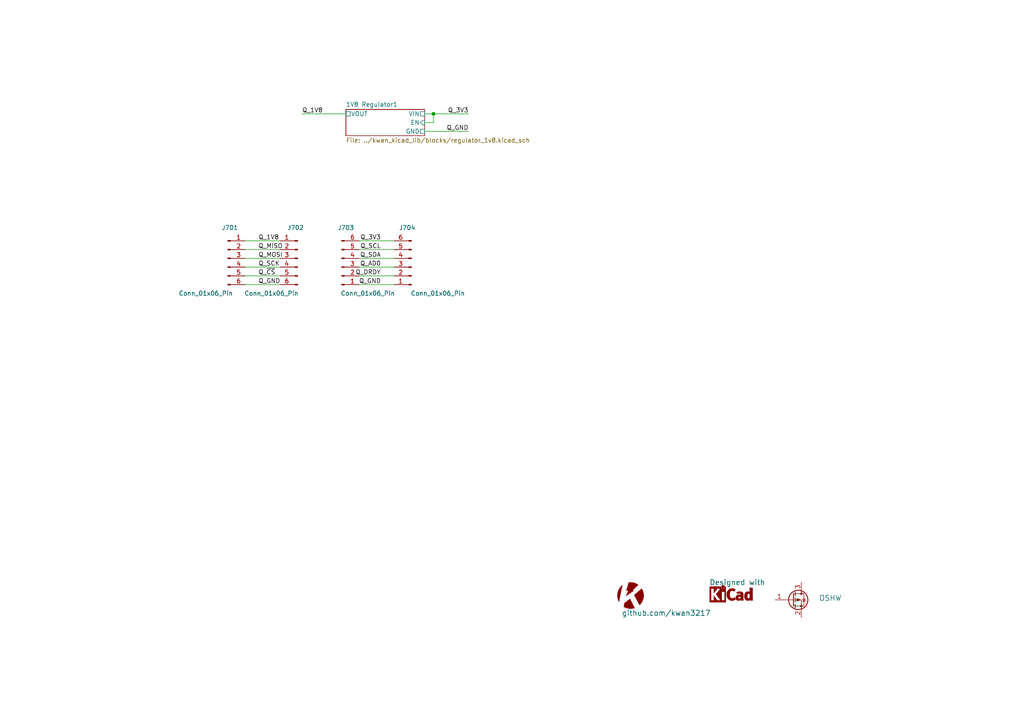
<source format=kicad_sch>
(kicad_sch (version 20230121) (generator eeschema)
  (paper "A4")
  (lib_symbols
    (symbol "Connector:Conn_01x06_Pin" (pin_names (offset 1.016) hide)
      (property "Reference" "J" (at 0 7.62 0))
      (property "Value" "Conn_01x06_Pin" (at 0 -10.16 0))
      (symbol "Conn_01x06_Pin_1_1"
        (polyline (pts (xy 1.27 -7.62) (xy 0.8636 -7.62)) (stroke (width 0.1524)))
        (polyline (pts (xy 1.27 -5.08) (xy 0.8636 -5.08)) (stroke (width 0.1524)))
        (polyline (pts (xy 1.27 -2.54) (xy 0.8636 -2.54)) (stroke (width 0.1524)))
        (polyline (pts (xy 1.27 0) (xy 0.8636 0)) (stroke (width 0.1524)))
        (polyline (pts (xy 1.27 2.54) (xy 0.8636 2.54)) (stroke (width 0.1524)))
        (polyline (pts (xy 1.27 5.08) (xy 0.8636 5.08)) (stroke (width 0.1524)))
        (rectangle (start 0.8636 -7.493) (end 0 -7.747) (stroke (width 0.1524)) (fill (type outline)))
        (rectangle (start 0.8636 -4.953) (end 0 -5.207) (stroke (width 0.1524)) (fill (type outline)))
        (rectangle (start 0.8636 -2.413) (end 0 -2.667) (stroke (width 0.1524)) (fill (type outline)))
        (rectangle (start 0.8636 0.127) (end 0 -0.127) (stroke (width 0.1524)) (fill (type outline)))
        (rectangle (start 0.8636 2.667) (end 0 2.413) (stroke (width 0.1524)) (fill (type outline)))
        (rectangle (start 0.8636 5.207) (end 0 4.953) (stroke (width 0.1524)) (fill (type outline)))
        (pin passive line (at 5.08 5.08 180) (length 3.81) (name "Pin_1") (number "1"))
        (pin passive line (at 5.08 2.54 180) (length 3.81) (name "Pin_2") (number "2"))
        (pin passive line (at 5.08 0 180) (length 3.81) (name "Pin_3") (number "3"))
        (pin passive line (at 5.08 -2.54 180) (length 3.81) (name "Pin_4") (number "4"))
        (pin passive line (at 5.08 -5.08 180) (length 3.81) (name "Pin_5") (number "5"))
        (pin passive line (at 5.08 -7.62 180) (length 3.81) (name "Pin_6") (number "6"))
      )
    )
    (symbol "Device:Q_PMOS_GSD" (pin_names (offset 0) hide)
      (property "Reference" "Q" (at 5.08 1.27 0))
      (property "Value" "Q_PMOS_GSD" (at 5.08 -1.27 0))
      (symbol "Q_PMOS_GSD_0_1"
        (polyline (pts (xy 0.254 0) (xy -2.54 0)))
        (polyline (pts (xy 0.254 1.905) (xy 0.254 -1.905)) (stroke (width 0.254)))
        (polyline (pts (xy 0.762 -1.27) (xy 0.762 -2.286)) (stroke (width 0.254)))
        (polyline (pts (xy 0.762 0.508) (xy 0.762 -0.508)) (stroke (width 0.254)))
        (polyline (pts (xy 0.762 2.286) (xy 0.762 1.27)) (stroke (width 0.254)))
        (polyline (pts (xy 2.54 2.54) (xy 2.54 1.778)))
        (polyline (pts (xy 2.54 -2.54) (xy 2.54 0) (xy 0.762 0)))
        (polyline (pts (xy 0.762 1.778) (xy 3.302 1.778) (xy 3.302 -1.778) (xy 0.762 -1.778)))
        (polyline (pts (xy 2.286 0) (xy 1.27 0.381) (xy 1.27 -0.381) (xy 2.286 0)) (fill (type outline)))
        (polyline (pts (xy 2.794 -0.508) (xy 2.921 -0.381) (xy 3.683 -0.381) (xy 3.81 -0.254)))
        (polyline (pts (xy 3.302 -0.381) (xy 2.921 0.254) (xy 3.683 0.254) (xy 3.302 -0.381)))
        (circle (center 1.651 0) (radius 2.794) (stroke (width 0.254)))
        (circle (center 2.54 -1.778) (radius 0.254) (fill (type outline)))
        (circle (center 2.54 1.778) (radius 0.254) (fill (type outline)))
      )
      (symbol "Q_PMOS_GSD_1_1"
        (pin input line (at -5.08 0 0) (length 2.54) (name "G") (number "1"))
        (pin passive line (at 2.54 -5.08 90) (length 2.54) (name "S") (number "2"))
        (pin passive line (at 2.54 5.08 270) (length 2.54) (name "D") (number "3"))
      )
    )
    (symbol "KwanSystems:DesignedWithKicad" (pin_names (offset 1.016)) (in_bom no)
      (property "Value" "DesignedWithKicad" (at 3.81 -2.54 0))
      (symbol "DesignedWithKicad_0_1"
        (polyline (pts (xy -2.273 4.2434) (xy -2.1768 4.2192) (xy -2.0902 4.1764) (xy -2.0154 4.1166) (xy -1.9544 4.0415) (xy -1.9094 3.9528) (xy -1.8831 3.8565) (xy -1.8773 3.7592) (xy -1.8921 3.6653) (xy -1.9258 3.5775) (xy -1.9765 3.4982) (xy -2.0423 3.4302) (xy -2.1214 3.3759) (xy -2.2119 3.338) (xy -2.2632 3.3256) (xy -2.3077 3.3181) (xy -2.342 3.3151) (xy -2.375 3.3169) (xy -2.4154 3.3238) (xy -2.4485 3.3308) (xy -2.5419 3.3623) (xy -2.6256 3.4134) (xy -2.6977 3.4826) (xy -2.7562 3.5683) (xy -2.7701 3.5955) (xy -2.7866 3.6319) (xy -2.7969 3.6624) (xy -2.8025 3.6946) (xy -2.8047 3.7357) (xy -2.8049 3.7818) (xy -2.8009 3.8661) (xy -2.7874 3.9354) (xy -2.7623 3.996) (xy -2.7228 4.0544) (xy -2.6843 4.0987) (xy -2.6124 4.1645) (xy -2.5373 4.2099) (xy -2.4546 4.2372) (xy -2.3769 4.2474) (xy -2.273 4.2434)) (stroke (width 0.0025)) (fill (type outline)))
        (polyline (pts (xy 0.3284 3.3209) (xy 0.4886 3.2998) (xy 0.6525 3.2596) (xy 0.8223 3.2001) (xy 1 3.1208) (xy 1.0113 3.1153) (xy 1.069 3.0873) (xy 1.1206 3.0632) (xy 1.1622 3.0448) (xy 1.1902 3.0336) (xy 1.1997 3.0311) (xy 1.219 3.0261) (xy 1.2236 3.0219) (xy 1.2185 3.0114) (xy 1.2024 2.9851) (xy 1.1773 2.9457) (xy 1.1449 2.896) (xy 1.1071 2.8387) (xy 1.0658 2.7765) (xy 1.0228 2.7123) (xy 0.9799 2.6487) (xy 0.939 2.5886) (xy 0.902 2.5346) (xy 0.8706 2.4896) (xy 0.8468 2.4563) (xy 0.8323 2.4374) (xy 0.8303 2.4352) (xy 0.8202 2.4399) (xy 0.7978 2.457) (xy 0.7673 2.4836) (xy 0.7515 2.498) (xy 0.655 2.5733) (xy 0.5483 2.6288) (xy 0.4328 2.6639) (xy 0.31 2.6781) (xy 0.2406 2.6769) (xy 0.1194 2.6598) (xy 0.0102 2.6239) (xy -0.0874 2.569) (xy -0.1738 2.4949) (xy -0.2492 2.4013) (xy -0.314 2.2879) (xy -0.3514 2.2013) (xy -0.3953 2.0656) (xy -0.4276 1.9182) (xy -0.4484 1.7627) (xy -0.4579 1.603) (xy -0.4562 1.443) (xy -0.4432 1.2864) (xy -0.4191 1.1371) (xy -0.384 0.9988) (xy -0.3379 0.8753) (xy -0.3216 0.841) (xy -0.2534 0.7269) (xy -0.1729 0.6304) (xy -0.0814 0.5523) (xy 0.0199 0.4934) (xy 0.1299 0.4544) (xy 0.2474 0.4361) (xy 0.2889 0.4348) (xy 0.4104 0.4457) (xy 0.5309 0.4785) (xy 0.6487 0.5326) (xy 0.7623 0.6071) (xy 0.8537 0.6855) (xy 0.9002 0.73) (xy 1.0815 0.4327) (xy 1.1266 0.3586) (xy 1.1678 0.2904) (xy 1.2037 0.2305) (xy 1.2329 0.1816) (xy 1.2538 0.1459) (xy 1.2649 0.126) (xy 1.2664 0.1229) (xy 1.2581 0.1133) (xy 1.2326 0.096) (xy 1.1929 0.0727) (xy 1.1423 0.0451) (xy 1.0841 0.0147) (xy 1.0214 -0.0168) (xy 0.9576 -0.0477) (xy 0.8959 -0.0765) (xy 0.8394 -0.1014) (xy 0.7914 -0.1209) (xy 0.768 -0.1293) (xy 0.6342 -0.1671) (xy 0.4963 -0.1921) (xy 0.3486 -0.2051) (xy 0.2218 -0.2075) (xy 0.1539 -0.2064) (xy 0.0883 -0.2043) (xy 0.0308 -0.2014) (xy -0.0126 -0.1981) (xy -0.0267 -0.1964) (xy -0.1657 -0.1676) (xy -0.3072 -0.1225) (xy -0.4447 -0.0638) (xy -0.5716 0.0059) (xy -0.6491 0.0586) (xy -0.7765 0.1668) (xy -0.8948 0.2933) (xy -1.0018 0.4351) (xy -1.0953 0.589) (xy -1.1732 0.7519) (xy -1.217 0.8692) (xy -1.2673 1.0529) (xy -1.3008 1.2474) (xy -1.3176 1.4487) (xy -1.3176 1.6524) (xy -1.3009 1.8545) (xy -1.2675 2.0506) (xy -1.2174 2.2366) (xy -1.2136 2.2482) (xy -1.1507 2.4103) (xy -1.074 2.5582) (xy -0.9808 2.6961) (xy -0.8685 2.8283) (xy -0.8246 2.8736) (xy -0.6885 2.9975) (xy -0.5485 3.1001) (xy -0.4026 3.1823) (xy -0.2486 3.2454) (xy -0.0843 3.2905) (xy 0.0113 3.308) (xy 0.17 3.3235) (xy 0.3284 3.3209)) (stroke (width 0.0025)) (fill (type outline)))
        (polyline (pts (xy 6.1865 1.7978) (xy 6.1865 1.5633) (xy 6.1866 1.3504) (xy 6.1866 1.1578) (xy 6.1868 0.9845) (xy 6.1871 0.8294) (xy 6.1875 0.6914) (xy 6.1882 0.5693) (xy 6.189 0.4621) (xy 6.1902 0.3687) (xy 6.1917 0.2879) (xy 6.1935 0.2187) (xy 6.1958 0.16) (xy 6.1985 0.1106) (xy 6.2016 0.0695) (xy 6.2053 0.0356) (xy 6.2095 0.0077) (xy 6.2143 -0.0152) (xy 6.2198 -0.0342) (xy 6.2259 -0.0505) (xy 6.2327 -0.0652) (xy 6.2403 -0.0792) (xy 6.2486 -0.0939) (xy 6.2538 -0.103) (xy 6.2881 -0.1637) (xy 5.43 -0.1637) (xy 5.43 -0.0677) (xy 5.4292 -0.0244) (xy 5.4273 0.0088) (xy 5.4245 0.0266) (xy 5.4232 0.0282) (xy 5.4118 0.0213) (xy 5.3891 0.0035) (xy 5.3664 -0.0159) (xy 5.3118 -0.0566) (xy 5.2423 -0.0976) (xy 5.1653 -0.1351) (xy 5.088 -0.1654) (xy 5.0571 -0.175) (xy 4.9886 -0.1896) (xy 4.9058 -0.1995) (xy 4.8164 -0.2046) (xy 4.7282 -0.2044) (xy 4.6492 -0.1987) (xy 4.6115 -0.1929) (xy 4.4734 -0.1548) (xy 4.3461 -0.0971) (xy 4.2303 -0.0202) (xy 4.1266 0.0753) (xy 4.0358 0.1888) (xy 3.969 0.2996) (xy 3.9142 0.4164) (xy 3.8722 0.5357) (xy 3.8422 0.6617) (xy 3.8233 0.7984) (xy 3.8147 0.9498) (xy 3.814 1.0273) (xy 3.8161 1.0841) (xy 4.6452 1.0841) (xy 4.6454 0.991) (xy 4.6483 0.9033) (xy 4.654 0.8262) (xy 4.6625 0.765) (xy 4.665 0.7526) (xy 4.6968 0.6454) (xy 4.7385 0.5583) (xy 4.7904 0.4914) (xy 4.8528 0.4442) (xy 4.9261 0.4166) (xy 5.0107 0.4085) (xy 5.1068 0.4194) (xy 5.1703 0.4352) (xy 5.2195 0.4534) (xy 5.2736 0.4792) (xy 5.3142 0.5029) (xy 5.3848 0.5493) (xy 5.3848 1.6995) (xy 5.3174 1.743) (xy 5.2389 1.784) (xy 5.1547 1.8106) (xy 5.0696 1.8225) (xy 4.9882 1.8193) (xy 4.9154 1.8004) (xy 4.8834 1.7848) (xy 4.8255 1.7418) (xy 4.7765 1.685) (xy 4.7354 1.6124) (xy 4.7009 1.5219) (xy 4.6718 1.4113) (xy 4.6706 1.4055) (xy 4.6604 1.3432) (xy 4.6527 1.2654) (xy 4.6477 1.1773) (xy 4.6452 1.0841) (xy 3.8161 1.0841) (xy 3.8219 1.2401) (xy 3.8438 1.4359) (xy 3.8798 1.6147) (xy 3.9298 1.7762) (xy 3.9937 1.9203) (xy 4.0715 2.0469) (xy 4.1631 2.1559) (xy 4.2685 2.2471) (xy 4.3137 2.2781) (xy 4.4146 2.3342) (xy 4.5179 2.3738) (xy 4.628 2.398) (xy 4.7493 2.4078) (xy 4.8418 2.4067) (xy 4.9715 2.3958) (xy 5.0841 2.374) (xy 5.1829 2.3403) (xy 5.2711 2.2938) (xy 5.32 2.2596) (xy 5.3494 2.2376) (xy 5.371 2.2227) (xy 5.3793 2.2183) (xy 5.3809 2.2291) (xy 5.3822 2.2597) (xy 5.3831 2.3075) (xy 5.3838 2.3695) (xy 5.3842 2.4431) (xy 5.3843 2.5256) (xy 5.3842 2.6141) (xy 5.3838 2.7059) (xy 5.3832 2.7983) (xy 5.3823 2.8885) (xy 5.3813 2.9737) (xy 5.38 3.0513) (xy 5.3786 3.1184) (xy 5.3769 3.1724) (xy 5.3752 3.2104) (xy 5.3747 3.2173) (xy 5.3671 3.2877) (xy 5.3555 3.3429) (xy 5.3378 3.39) (xy 5.3117 3.4364) (xy 5.3054 3.4459) (xy 5.281 3.4826) (xy 6.1863 3.4826) (xy 6.1865 1.7978)) (stroke (width 0.0025)) (fill (type outline)))
        (polyline (pts (xy 2.6736 2.4034) (xy 2.8255 2.3834) (xy 2.9608 2.3498) (xy 3.0802 2.3023) (xy 3.1848 2.2406) (xy 3.2624 2.177) (xy 3.3313 2.1029) (xy 3.385 2.0231) (xy 3.4279 1.9309) (xy 3.4434 1.8878) (xy 3.4562 1.8489) (xy 3.4674 1.8127) (xy 3.4771 1.7776) (xy 3.4854 1.7416) (xy 3.4924 1.703) (xy 3.4983 1.6598) (xy 3.5031 1.6104) (xy 3.5071 1.5527) (xy 3.5103 1.4851) (xy 3.5129 1.4057) (xy 3.5151 1.3126) (xy 3.5168 1.204) (xy 3.5183 1.0781) (xy 3.5198 0.933) (xy 3.521 0.7902) (xy 3.5224 0.634) (xy 3.5236 0.4988) (xy 3.5248 0.3828) (xy 3.5261 0.2844) (xy 3.5277 0.2019) (xy 3.5297 0.1338) (xy 3.5322 0.0782) (xy 3.5353 0.0337) (xy 3.5391 -0.0015) (xy 3.5439 -0.029) (xy 3.5496 -0.0506) (xy 3.5565 -0.0677) (xy 3.5647 -0.0822) (xy 3.5742 -0.0956) (xy 3.5853 -0.1096) (xy 3.5896 -0.1151) (xy 3.6054 -0.1379) (xy 3.6124 -0.1535) (xy 3.6124 -0.1539) (xy 3.6016 -0.1561) (xy 3.5706 -0.1581) (xy 3.522 -0.1599) (xy 3.4582 -0.1615) (xy 3.3817 -0.1626) (xy 3.2949 -0.1634) (xy 3.2005 -0.1637) (xy 3.1896 -0.1637) (xy 2.7667 -0.1637) (xy 2.7634 -0.0676) (xy 2.7601 0.0284) (xy 2.698 -0.0225) (xy 2.6007 -0.0901) (xy 2.4908 -0.1447) (xy 2.4043 -0.175) (xy 2.3353 -0.1897) (xy 2.2519 -0.1997) (xy 2.1622 -0.2046) (xy 2.0738 -0.2043) (xy 1.9949 -0.1984) (xy 1.9586 -0.1926) (xy 1.8186 -0.1548) (xy 1.6922 -0.0999) (xy 1.5803 -0.0289) (xy 1.4838 0.0574) (xy 1.4036 0.1583) (xy 1.3407 0.2729) (xy 1.2963 0.399) (xy 1.284 0.4556) (xy 1.2764 0.5178) (xy 1.2727 0.5926) (xy 1.2722 0.6265) (xy 1.2723 0.6297) (xy 2.0322 0.6297) (xy 2.0415 0.5547) (xy 2.0697 0.4908) (xy 2.1182 0.4352) (xy 2.1233 0.4308) (xy 2.1715 0.396) (xy 2.2233 0.3734) (xy 2.284 0.3615) (xy 2.3594 0.3586) (xy 2.3775 0.359) (xy 2.4313 0.3617) (xy 2.4713 0.3671) (xy 2.5063 0.3773) (xy 2.5451 0.3941) (xy 2.5557 0.3993) (xy 2.6164 0.4352) (xy 2.6632 0.4778) (xy 2.676 0.493) (xy 2.7206 0.5495) (xy 2.7206 0.7454) (xy 2.7201 0.8241) (xy 2.7184 0.882) (xy 2.7154 0.9211) (xy 2.7111 0.9433) (xy 2.707 0.9497) (xy 2.691 0.9529) (xy 2.6573 0.9555) (xy 2.6103 0.9573) (xy 2.555 0.9581) (xy 2.5461 0.9582) (xy 2.4253 0.9529) (xy 2.3227 0.9367) (xy 2.2361 0.909) (xy 2.1637 0.8692) (xy 2.1088 0.8222) (xy 2.0642 0.7644) (xy 2.0395 0.7013) (xy 2.0322 0.6297) (xy 1.2723 0.6297) (xy 1.2742 0.7203) (xy 1.2825 0.7992) (xy 1.2988 0.8704) (xy 1.3244 0.9411) (xy 1.3484 0.9935) (xy 1.407 1.0888) (xy 1.4851 1.1768) (xy 1.5803 1.256) (xy 1.6902 1.3247) (xy 1.8125 1.3813) (xy 1.9448 1.4242) (xy 2.0094 1.4391) (xy 2.1456 1.4612) (xy 2.294 1.4758) (xy 2.4455 1.4822) (xy 2.5721 1.4806) (xy 2.734 1.4738) (xy 2.7265 1.5328) (xy 2.7072 1.6319) (xy 2.6761 1.7126) (xy 2.6323 1.7755) (xy 2.5749 1.8212) (xy 2.503 1.8504) (xy 2.4159 1.8636) (xy 2.3127 1.8614) (xy 2.2747 1.8574) (xy 2.1335 1.8322) (xy 1.9967 1.7912) (xy 1.9022 1.7532) (xy 1.857 1.7338) (xy 1.8186 1.7182) (xy 1.7922 1.7086) (xy 1.7845 1.7065) (xy 1.7748 1.7156) (xy 1.7581 1.7446) (xy 1.7342 1.7938) (xy 1.7031 1.8635) (xy 1.6645 1.9541) (xy 1.6579 1.9699) (xy 1.6279 2.0422) (xy 1.6009 2.1076) (xy 1.5781 2.1631) (xy 1.5608 2.2059) (xy 1.55 2.2332) (xy 1.5469 2.2421) (xy 1.5569 2.2468) (xy 1.5832 2.2521) (xy 1.6115 2.2558) (xy 1.6416 2.2605) (xy 1.6894 2.27) (xy 1.7506 2.2832) (xy 1.8209 2.2992) (xy 1.8962 2.3172) (xy 1.9248 2.3242) (xy 2.0298 2.3498) (xy 2.1175 2.3699) (xy 2.1921 2.385) (xy 2.2579 2.396) (xy 2.3193 2.4033) (xy 2.3806 2.4077) (xy 2.4461 2.4097) (xy 2.5041 2.4101) (xy 2.6736 2.4034)) (stroke (width 0.0025)) (fill (type outline)))
        (polyline (pts (xy -2.9464 3.7809) (xy -2.9355 3.667) (xy -2.9039 3.5594) (xy -2.853 3.4604) (xy -2.7843 3.3723) (xy -2.6992 3.2975) (xy -2.6022 3.2396) (xy -2.496 3.2) (xy -2.389 3.1814) (xy -2.2833 3.1826) (xy -2.1811 3.2021) (xy -2.0845 3.2386) (xy -1.9956 3.2908) (xy -1.9165 3.3573) (xy -1.8494 3.4368) (xy -1.7962 3.528) (xy -1.7592 3.6295) (xy -1.7404 3.7399) (xy -1.7385 3.7898) (xy -1.7385 3.8777) (xy -1.6866 3.8777) (xy -1.6503 3.8749) (xy -1.6234 3.8631) (xy -1.5962 3.8394) (xy -1.5579 3.801) (xy -1.5579 1.6094) (xy -1.5579 1.3473) (xy -1.5579 1.1068) (xy -1.558 0.887) (xy -1.5581 0.6869) (xy -1.5582 0.5057) (xy -1.5584 0.3423) (xy -1.5587 0.1958) (xy -1.5591 0.0654) (xy -1.5595 -0.05) (xy -1.56 -0.1513) (xy -1.5606 -0.2395) (xy -1.5613 -0.3154) (xy -1.5621 -0.3801) (xy -1.5631 -0.4344) (xy -1.5642 -0.4793) (xy -1.5654 -0.5157) (xy -1.5667 -0.5447) (xy -1.5683 -0.5671) (xy -1.5699 -0.5838) (xy -1.5718 -0.5959) (xy -1.5738 -0.6042) (xy -1.576 -0.6097) (xy -1.5771 -0.6115) (xy -1.5813 -0.6185) (xy -1.5848 -0.625) (xy -1.5886 -0.6309) (xy -1.5937 -0.6363) (xy -1.6009 -0.6412) (xy -1.6111 -0.6456) (xy -1.6254 -0.6496) (xy -1.6445 -0.6531) (xy -1.6695 -0.6563) (xy -1.7012 -0.659) (xy -1.7407 -0.6615) (xy -1.7887 -0.6636) (xy -1.8462 -0.6653) (xy -1.9142 -0.6668) (xy -1.9936 -0.6681) (xy -2.0853 -0.6691) (xy -2.1902 -0.6699) (xy -2.3092 -0.6705) (xy -2.4433 -0.6709) (xy -2.5934 -0.6712) (xy -2.7604 -0.6714) (xy -2.9452 -0.6715) (xy -3.1488 -0.6715) (xy -3.3721 -0.6715) (xy -3.6159 -0.6715) (xy -3.8813 -0.6714) (xy -3.9197 -0.6714) (xy -4.1867 -0.6714) (xy -4.432 -0.6713) (xy -4.6566 -0.6712) (xy -4.8613 -0.6711) (xy -5.0472 -0.6709) (xy -5.2151 -0.6706) (xy -5.3659 -0.6703) (xy -5.5006 -0.6699) (xy -5.62 -0.6694) (xy -5.7252 -0.6689) (xy -5.817 -0.6683) (xy -5.8963 -0.6675) (xy -5.964 -0.6667) (xy -6.0212 -0.6657) (xy -6.0686 -0.6646) (xy -6.1073 -0.6634) (xy -6.138 -0.662) (xy -6.1619 -0.6606) (xy -6.1797 -0.6589) (xy -6.1924 -0.6571) (xy -6.2009 -0.6551) (xy -6.2053 -0.6535) (xy -6.2137 -0.6499) (xy -6.2215 -0.6473) (xy -6.2286 -0.6446) (xy -6.2351 -0.6411) (xy -6.2409 -0.6356) (xy -6.2462 -0.6274) (xy -6.251 -0.6154) (xy -6.2552 -0.5987) (xy -6.2589 -0.5765) (xy -6.2622 -0.5477) (xy -6.2651 -0.5114) (xy -6.2675 -0.4667) (xy -6.2696 -0.4126) (xy -6.2714 -0.3483) (xy -6.2728 -0.2727) (xy -6.274 -0.185) (xy -6.2749 -0.0842) (xy -6.2756 0.0306) (xy -6.2761 0.1603) (xy -6.2764 0.306) (xy -6.2766 0.4685) (xy -6.2767 0.6487) (xy -6.2767 0.8476) (xy -6.2767 1.0662) (xy -6.2766 1.3053) (xy -6.2766 1.566) (xy -6.2766 1.6081) (xy -6.2766 1.871) (xy -6.2767 2.1123) (xy -6.2767 2.3328) (xy -6.2766 2.5336) (xy -6.2765 2.7157) (xy -6.2764 2.8798) (xy -6.2761 3.027) (xy -6.2756 3.1582) (xy -6.275 3.2681) (xy -5.9722 3.2681) (xy -5.9324 3.2103) (xy -5.9212 3.1945) (xy -5.9112 3.1806) (xy -5.9021 3.1672) (xy -5.8941 3.1533) (xy -5.887 3.1376) (xy -5.8807 3.119) (xy -5.8753 3.0963) (xy -5.8707 3.0683) (xy -5.8667 3.0337) (xy -5.8634 2.9915) (xy -5.8607 2.9404) (xy -5.8585 2.8793) (xy -5.8567 2.8069) (xy -5.8554 2.722) (xy -5.8545 2.6236) (xy -5.8539 2.5103) (xy -5.8535 2.3811) (xy -5.8533 2.2347) (xy -5.8532 2.0699) (xy -5.8532 1.8856) (xy -5.8533 1.6805) (xy -5.8533 1.5579) (xy -5.8533 1.3409) (xy -5.8532 1.1454) (xy -5.8532 0.97) (xy -5.8534 0.8137) (xy -5.8536 0.6751) (xy -5.8541 0.5533) (xy -5.8549 0.4468) (xy -5.856 0.3547) (xy -5.8574 0.2756) (xy -5.8593 0.2084) (xy -5.8617 0.1519) (xy -5.8647 0.1049) (xy -5.8683 0.0662) (xy -5.8725 0.0347) (xy -5.8774 0.0091) (xy -5.8832 -0.0117) (xy -5.8897 -0.0289) (xy -5.8972 -0.0438) (xy -5.9056 -0.0574) (xy -5.915 -0.0711) (xy -5.9254 -0.0859) (xy -5.9315 -0.0948) (xy -5.9703 -0.1524) (xy -5.4387 -0.1524) (xy -5.3155 -0.1524) (xy -5.213 -0.1522) (xy -5.1294 -0.1519) (xy -5.063 -0.1513) (xy -5.0118 -0.1504) (xy -4.974 -0.1491) (xy -4.9479 -0.1473) (xy -4.9316 -0.145) (xy -4.9233 -0.142) (xy -4.9212 -0.1384) (xy -4.9233 -0.1341) (xy -4.9245 -0.1326) (xy -4.9497 -0.0956) (xy -4.9756 -0.0428) (xy -4.9992 0.0192) (xy -5.0075 0.0456) (xy -5.0121 0.0636) (xy -5.016 0.0846) (xy -5.0192 0.1109) (xy -5.022 0.1445) (xy -5.0242 0.1874) (xy -5.0261 0.2418) (xy -5.0276 0.3097) (xy -5.029 0.3933) (xy -5.0302 0.4946) (xy -5.0313 0.6157) (xy -5.0317 0.6604) (xy -5.0327 0.7856) (xy -5.0335 0.8899) (xy -5.0339 0.9753) (xy -5.034 1.0435) (xy -5.0336 1.0962) (xy -5.0327 1.1354) (xy -5.0313 1.1627) (xy -5.0293 1.18) (xy -5.0266 1.1891) (xy -5.0232 1.1917) (xy -5.019 1.1896) (xy -5.0146 1.1853) (xy -5.0042 1.1724) (xy -4.9822 1.1433) (xy -4.95 1.1002) (xy -4.9092 1.0453) (xy -4.8614 0.9806) (xy -4.8081 0.9083) (xy -4.7509 0.8305) (xy -4.6914 0.7493) (xy -4.6312 0.6669) (xy -4.5717 0.5855) (xy -4.5145 0.507) (xy -4.4612 0.4338) (xy -4.4135 0.3679) (xy -4.3727 0.3113) (xy -4.3405 0.2664) (xy -4.3185 0.2352) (xy -4.3139 0.2285) (xy -4.291 0.1916) (xy -4.2642 0.1436) (xy -4.2388 0.0941) (xy -4.2356 0.0874) (xy -4.2139 0.0392) (xy -4.2013 0.0017) (xy -4.1956 -0.0342) (xy -4.1945 -0.0762) (xy -4.1951 -0.1524) (xy -3.0407 -0.1524) (xy -3.1318 -0.0587) (xy -3.1786 -0.0088) (xy -3.2289 0.0477) (xy -3.2749 0.102) (xy -3.2954 0.1273) (xy -3.3258 0.1669) (xy -3.3659 0.2201) (xy -3.4144 0.2853) (xy -3.4701 0.361) (xy -3.532 0.4454) (xy -3.5988 0.537) (xy -3.6694 0.6341) (xy -3.7425 0.7351) (xy -3.8171 0.8383) (xy -3.8919 0.9422) (xy -3.9658 1.0451) (xy -4.0376 1.1454) (xy -4.1062 1.2414) (xy -4.1703 1.3315) (xy -4.2288 1.4141) (xy -4.2805 1.4875) (xy -4.3242 1.5502) (xy -4.3589 1.6004) (xy -4.3832 1.6367) (xy -4.3961 1.6572) (xy -4.3979 1.6613) (xy -4.3899 1.6727) (xy -4.3691 1.6998) (xy -4.3368 1.7412) (xy -4.2945 1.795) (xy -4.2433 1.8595) (xy -4.1848 1.9331) (xy -4.1203 2.014) (xy -4.0511 2.1006) (xy -3.9787 2.1912) (xy -3.9042 2.2839) (xy -3.8445 2.3583) (xy -2.8335 2.3583) (xy -2.8276 2.3453) (xy -2.8133 2.3231) (xy -2.8122 2.3216) (xy -2.7934 2.2915) (xy -2.7738 2.2546) (xy -2.7699 2.2465) (xy -2.7664 2.2381) (xy -2.7632 2.2279) (xy -2.7605 2.2147) (xy -2.7581 2.1971) (xy -2.756 2.1735) (xy -2.7542 2.1427) (xy -2.7527 2.1032) (xy -2.7514 2.0537) (xy -2.7503 1.9928) (xy -2.7494 1.919) (xy -2.7486 1.831) (xy -2.7479 1.7273) (xy -2.7474 1.6067) (xy -2.7468 1.4676) (xy -2.7463 1.3088) (xy -2.7457 1.1299) (xy -2.7452 0.9448) (xy -2.7448 0.7809) (xy -2.7445 0.6367) (xy -2.7445 0.5109) (xy -2.7448 0.4021) (xy -2.7454 0.3089) (xy -2.7465 0.2299) (xy -2.7481 0.1637) (xy -2.7503 0.1088) (xy -2.7531 0.064) (xy -2.7567 0.0277) (xy -2.761 -0.0013) (xy -2.7661 -0.0246) (xy -2.7722 -0.0435) (xy -2.7792 -0.0594) (xy -2.7873 -0.0736) (xy -2.7965 -0.0877) (xy -2.805 -0.1002) (xy -2.8222 -0.1265) (xy -2.8323 -0.144) (xy -2.8335 -0.1473) (xy -2.8226 -0.1483) (xy -2.7914 -0.1493) (xy -2.7422 -0.1502) (xy -2.6773 -0.151) (xy -2.599 -0.1516) (xy -2.5096 -0.1521) (xy -2.4114 -0.1523) (xy -2.3424 -0.1524) (xy -2.2375 -0.1522) (xy -2.1406 -0.1515) (xy -2.0541 -0.1505) (xy -1.9801 -0.1492) (xy -1.9209 -0.1476) (xy -1.8785 -0.1458) (xy -1.8553 -0.1438) (xy -1.8514 -0.1425) (xy -1.8591 -0.1276) (xy -1.8671 -0.1196) (xy -1.8802 -0.1024) (xy -1.8975 -0.0722) (xy -1.9094 -0.0476) (xy -1.936 0.0113) (xy -1.9391 1.1882) (xy -1.9422 2.365) (xy -2.3879 2.365) (xy -2.4857 2.3649) (xy -2.5761 2.3644) (xy -2.6566 2.3637) (xy -2.725 2.3627) (xy -2.7787 2.3615) (xy -2.8153 2.3602) (xy -2.8325 2.3588) (xy -2.8335 2.3583) (xy -3.8445 2.3583) (xy -3.8293 2.3773) (xy -3.7551 2.4695) (xy -3.6831 2.5588) (xy -3.6146 2.6436) (xy -3.551 2.7221) (xy -3.4936 2.7927) (xy -3.4438 2.8536) (xy -3.4031 2.9032) (xy -3.3859 2.9238) (xy -3.2996 3.0245) (xy -3.223 3.1077) (xy -3.1542 3.1756) (xy -3.0912 3.2299) (xy -3.0819 3.2373) (xy -3.0424 3.2679) (xy -4.1741 3.2681) (xy -4.1688 3.2202) (xy -4.1721 3.1628) (xy -4.1937 3.0945) (xy -4.2336 3.0148) (xy -4.2789 2.9425) (xy -4.2952 2.9199) (xy -4.3232 2.8823) (xy -4.3614 2.832) (xy -4.4081 2.771) (xy -4.4617 2.7016) (xy -4.5203 2.6258) (xy -4.5825 2.5458) (xy -4.6464 2.4638) (xy -4.7105 2.3818) (xy -4.773 2.3021) (xy -4.8323 2.2267) (xy -4.8868 2.1578) (xy -4.9346 2.0976) (xy -4.9743 2.0481) (xy -5.004 2.0116) (xy -5.0222 1.9901) (xy -5.0252 1.9868) (xy -5.0281 1.9949) (xy -5.0303 2.0251) (xy -5.0319 2.0774) (xy -5.0328 2.1515) (xy -5.033 2.2469) (xy -5.0326 2.3636) (xy -5.0317 2.4836) (xy -5.0304 2.6157) (xy -5.0289 2.7274) (xy -5.0269 2.821) (xy -5.0242 2.8986) (xy -5.0206 2.9624) (xy -5.0158 3.0147) (xy -5.0095 3.0577) (xy -5.0015 3.0934) (xy -4.9916 3.1243) (xy -4.9795 3.1524) (xy -4.965 3.18) (xy -4.9503 3.205) (xy -4.9123 3.2681) (xy -5.9722 3.2681) (xy -6.275 3.2681) (xy -6.275 3.2744) (xy -6.2742 3.3765) (xy -6.2732 3.4654) (xy -6.2719 3.5421) (xy -6.2704 3.6075) (xy -6.2685 3.6626) (xy -6.2664 3.7082) (xy -6.2639 3.7455) (xy -6.261 3.7752) (xy -6.2577 3.7983) (xy -6.254 3.8159) (xy -6.2499 3.8287) (xy -6.2452 3.8378) (xy -6.2401 3.8441) (xy -6.2345 3.8485) (xy -6.2283 3.852) (xy -6.2215 3.8556) (xy -6.2155 3.8591) (xy -6.2103 3.8617) (xy -6.2021 3.864) (xy -6.1899 3.8661) (xy -6.1725 3.868) (xy -6.149 3.8697) (xy -6.1181 3.8711) (xy -6.0788 3.8724) (xy -6.03 3.8735) (xy -5.9705 3.8744) (xy -5.8994 3.8752) (xy -5.8155 3.8759) (xy -5.7177 3.8764) (xy -5.6049 3.8768) (xy -5.476 3.8772) (xy -5.33 3.8774) (xy -5.1657 3.8776) (xy -4.982 3.8777) (xy -4.7779 3.8777) (xy -4.5668 3.8777) (xy -2.9464 3.8777) (xy -2.9464 3.7809)) (stroke (width 0.0025)) (fill (type outline)))
      )
    )
    (symbol "KwanSystems:KwanSystems" (pin_names (offset 1.016)) (in_bom no)
      (property "Value" "KwanSystems" (at 0 -5.08 0))
      (symbol "KwanSystems_0_1"
        (polyline (pts (xy 0.3018 3.8025) (xy 0.5462 3.7744) (xy 0.7854 3.7321) (xy 1.0193 3.6754) (xy 1.2478 3.6045) (xy 1.4711 3.5193) (xy 1.689 3.4198) (xy 1.9015 3.3061) (xy 2.1085 3.1781) (xy 2.2308 3.09) (xy 0.4924 1.42) (xy 0.9508 1.42) (xy -1.31 -0.12) (xy -0.5992 1.42) (xy -1.1938 1.42) (xy -0.5192 3.78) (xy -0.3885 3.7927) (xy -0.1814 3.8059) (xy 0.0333 3.811)) (stroke (width 0.0025)) (fill (type outline)))
        (polyline (pts (xy 1.2117 -3.611) (xy 1.1805 -3.6269) (xy 1.1201 -3.6454) (xy 1.0517 -3.6655) (xy 0.8462 -3.7189) (xy 0.6348 -3.7604) (xy 0.4156 -3.7905) (xy 0.3277 -3.7992) (xy 0.1234 -3.8081) (xy 0.0408 -3.8091) (xy -0.0437 -3.8092) (xy -0.1265 -3.8082) (xy -0.3391 -3.7989) (xy -0.5799 -3.7695) (xy -0.8161 -3.7257) (xy -1.0478 -3.6672) (xy -1.2753 -3.5942) (xy -1.4987 -3.5065) (xy -1.6599 -3.4329) (xy -1.8371 -3.3426) (xy -1.9342 -3.2879) (xy -1.78 -2.25) (xy -0.12 -0.95)) (stroke (width 0.0025)) (fill (type outline)))
        (polyline (pts (xy -3.33 -1.85) (xy -3.4035 -1.7216) (xy -3.5014 -1.5107) (xy -3.5664 -1.3527) (xy -3.641 -1.1379) (xy -3.7016 -0.923) (xy -3.7485 -0.7062) (xy -3.782 -0.486) (xy -3.8025 -0.2605) (xy -3.8102 -0.0281) (xy -3.8103 0) (xy -3.8029 0.2742) (xy -3.7787 0.5215) (xy -3.7379 0.7583) (xy -3.6926 0.9566) (xy -3.6383 1.1468) (xy -3.5739 1.3326) (xy -3.4979 1.5178) (xy -3.4219 1.6804) (xy -3.3272 1.8622) (xy -3.2273 2.0324) (xy -3.1205 2.1935) (xy -3.0049 2.3481) (xy -2.8787 2.4988) (xy -2.7399 2.6482) (xy -2.6018 2.7839) (xy -2.4691 2.9048) (xy -2.33 3.02)) (stroke (width 0.0025)) (fill (type outline)))
        (polyline (pts (xy 3.337 1.8449) (xy 3.4183 1.6918) (xy 3.5168 1.4771) (xy 3.6016 1.2562) (xy 3.6727 1.0287) (xy 3.73 0.7948) (xy 3.7737 0.5541) (xy 3.7919 0.4191) (xy 3.7965 0.3713) (xy 3.8004 0.3111) (xy 3.8037 0.2415) (xy 3.8062 0.1653) (xy 3.808 0.0853) (xy 3.8091 0.0045) (xy 3.8092 -0.0742) (xy 3.8085 -0.148) (xy 3.8068 -0.214) (xy 3.8042 -0.2693) (xy 3.8033 -0.2821) (xy 3.7774 -0.5241) (xy 3.7368 -0.7619) (xy 3.6819 -0.9952) (xy 3.6126 -1.2235) (xy 3.5291 -1.4466) (xy 3.4316 -1.664) (xy 3.3202 -1.8755) (xy 3.1951 -2.0807) (xy 3.0563 -2.2792) (xy 2.918 -2.4541) (xy 2.7919 -2.5949) (xy 2.62 -2.77) (xy 1.07 0.12) (xy 3.24 2.01)) (stroke (width 0.0025)) (fill (type outline)))
      )
    )
  )
  (junction (at 125.73 33.02))
  (wire (pts (xy 114.3 77.47) (xy 104.14 77.47)))
  (wire (pts (xy 125.73 35.56) (xy 123.19 35.56)))
  (wire (pts (xy 125.73 33.02) (xy 125.73 35.56)))
  (wire (pts (xy 71.12 82.55) (xy 81.28 82.55)))
  (wire (pts (xy 125.73 33.02) (xy 135.89 33.02)))
  (wire (pts (xy 114.3 80.01) (xy 104.14 80.01)))
  (wire (pts (xy 123.19 38.1) (xy 135.89 38.1)))
  (wire (pts (xy 114.3 69.85) (xy 104.14 69.85)))
  (wire (pts (xy 114.3 74.93) (xy 104.14 74.93)))
  (wire (pts (xy 114.3 82.55) (xy 104.14 82.55)))
  (wire (pts (xy 71.12 80.01) (xy 81.28 80.01)))
  (wire (pts (xy 125.73 33.02) (xy 123.19 33.02)))
  (wire (pts (xy 71.12 72.39) (xy 81.28 72.39)))
  (wire (pts (xy 114.3 72.39) (xy 104.14 72.39)))
  (wire (pts (xy 71.12 77.47) (xy 81.28 77.47)))
  (wire (pts (xy 87.63 33.02) (xy 100.33 33.02)))
  (wire (pts (xy 71.12 74.93) (xy 81.28 74.93)))
  (wire (pts (xy 71.12 69.85) (xy 81.28 69.85)))
  (label "Q_SCK" (at 74.93 77.47 0))
  (label "Q_SCL" (at 110.49 72.39 180))
  (label "Q_1V8" (at 74.93 69.85 0))
  (label "Q_DRDY" (at 110.49 80.01 180))
  (label "Q_3V3" (at 110.49 69.85 180))
  (label "Q_GND" (at 135.89 38.1 180))
  (label "Q_1V8" (at 87.63 33.02 0))
  (label "Q_GND" (at 110.49 82.55 180))
  (label "Q_SDA" (at 110.49 74.93 180))
  (label "Q_MISO" (at 74.93 72.39 0))
  (label "Q_~{CS}" (at 74.93 80.01 0))
  (label "Q_GND" (at 74.93 82.55 0))
  (label "Q_MOSI" (at 74.93 74.93 0))
  (label "Q_3V3" (at 135.89 33.02 180))
  (label "Q_AD0" (at 110.49 77.47 180))
  (symbol (lib_id "KwanSystems:DesignedWithKicad") (at 212.09 173.99 0) (unit 1) (in_bom no)
    (property "Reference" "G2" (effects hide))
    (property "Value" "Designed with" (at 205.74 168.91 0) (effects (font (size 1.524 1.524)) (justify left)))
    (property "Footprint" "KwanSystems:Symbol_KiCAD-Logo_CopperAndSilkScreenTop_small" (effects hide))
    (instances (project "BME280 stamp" (path "" (reference "G2") (unit 1))) (project "shipometer" (path "" (reference "G202") (unit 1)) (path "" (reference "G702") (unit 1))))
  )
  (symbol (lib_id "Connector:Conn_01x06_Pin") (at 119.38 77.47 180) (unit 1)
    (property "Reference" "J704" (at 118.11 66.04 0))
    (property "Value" "Conn_01x06_Pin" (at 127 85.09 0))
    (property "Footprint" "Connector_PinHeader_2.54mm:PinHeader_1x06_P2.54mm_Vertical" (effects hide))
  )
  (symbol (lib_id "Connector:Conn_01x06_Pin") (at 99.06 77.47 0) (mirror x) (unit 1)
    (property "Reference" "J703" (at 100.33 66.04 0))
    (property "Value" "Conn_01x06_Pin" (at 106.68 85.09 0))
    (property "Footprint" "Connector_PinHeader_2.54mm:PinHeader_1x06_P2.54mm_Vertical" (effects hide))
  )
  (symbol (lib_id "Connector:Conn_01x06_Pin") (at 86.36 74.93 0) (mirror y) (unit 1)
    (property "Reference" "J702" (at 85.725 66.04 0))
    (property "Value" "Conn_01x06_Pin" (at 78.74 85.09 0))
    (property "Footprint" "Connector_PinHeader_2.54mm:PinHeader_1x06_P2.54mm_Vertical" (effects hide))
  )
  (symbol (lib_id "Device:Q_PMOS_GSD") (at 229.87 173.99 0) (unit 1)
    (property "Reference" "G3" (effects hide))
    (property "Value" "OSHW" (at 237.49 173.4566 0) (effects (font (size 1.524 1.524)) (justify left)))
    (property "Footprint" "KwanSystems:OSHW-Symbol_4x3.6mm_SolderMask" (effects hide))
    (instances (project "BME280 stamp" (path "" (reference "G3") (unit 1))) (project "shipometer" (path "" (reference "G203") (unit 1)) (path "" (reference "G703") (unit 1))))
  )
  (symbol (lib_id "Connector:Conn_01x06_Pin") (at 66.04 74.93 0) (unit 1)
    (property "Reference" "J701" (at 66.675 66.04 0))
    (property "Value" "Conn_01x06_Pin" (at 59.69 85.09 0))
    (property "Footprint" "Connector_PinHeader_2.54mm:PinHeader_1x06_P2.54mm_Vertical" (effects hide))
  )
  (symbol (lib_id "KwanSystems:KwanSystems") (at 182.88 172.72 0) (unit 1) (in_bom no)
    (property "Reference" "G1" (effects hide))
    (property "Value" "github.com/kwan3217" (at 180.34 177.8 0) (effects (font (size 1.524 1.524)) (justify left)))
    (property "Footprint" "KwanSystems:KWAN_CIRCLE" (effects hide))
    (instances (project "BME280 stamp" (path "" (reference "G1") (unit 1))) (project "shipometer" (path "" (reference "G201") (unit 1)) (path "" (reference "G701") (unit 1))))
  )
  (sheet (at 100.33 31.75) (size 22.86 7.62) (stroke (width 0.1524))
    (property "Sheetname" "1V8 Regulator1" (at 100.33 31.0384 0) (effects (justify left bottom)))
    (property "Sheetfile" "../kwan_kicad_lib/blocks/regulator_1v8.kicad_sch" (at 100.33 39.9546 0) (effects (justify left top)))
    (pin "VOUT" passive (at 100.33 33.02 180))
    (pin "GND" passive (at 123.19 38.1 0))
    (pin "VIN" passive (at 123.19 33.02 0))
    (pin "EN" input (at 123.19 35.56 0))
  )
)
</source>
